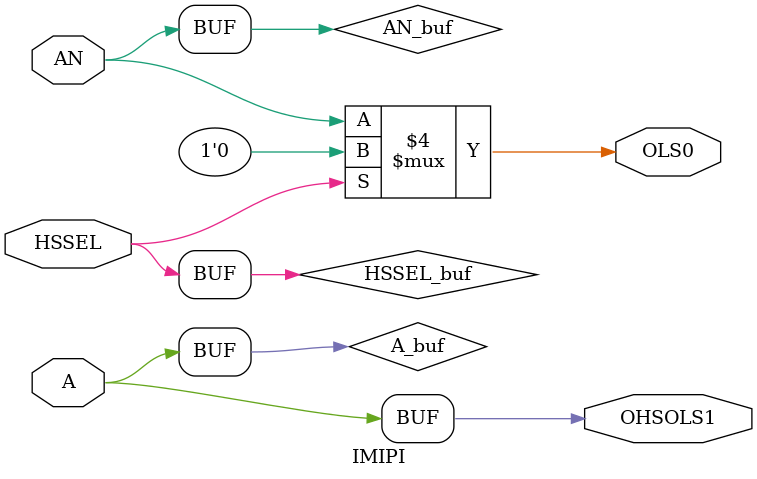
<source format=v>
`resetall
`timescale 1 ns / 1 ps

`celldefine

module IMIPI (A, AN, HSSEL, OHSOLS1, OLS0);
  input  A, AN, HSSEL;
  output OHSOLS1, OLS0;

  buf INST1 (A_buf, A);
  buf INST2 (AN_buf, AN);
  buf INST3 (HSSEL_buf, HSSEL);

  reg OHSOLS1, OLS0;

always @(*) 
begin
   if (HSSEL_buf == 1'b1)
   begin
      OHSOLS1 <= A_buf;
      OLS0 <= 1'b0;
   end
   else 
   begin
      OHSOLS1 <= A_buf;
      OLS0 <= AN_buf;
   end
end

endmodule

`endcelldefine

</source>
